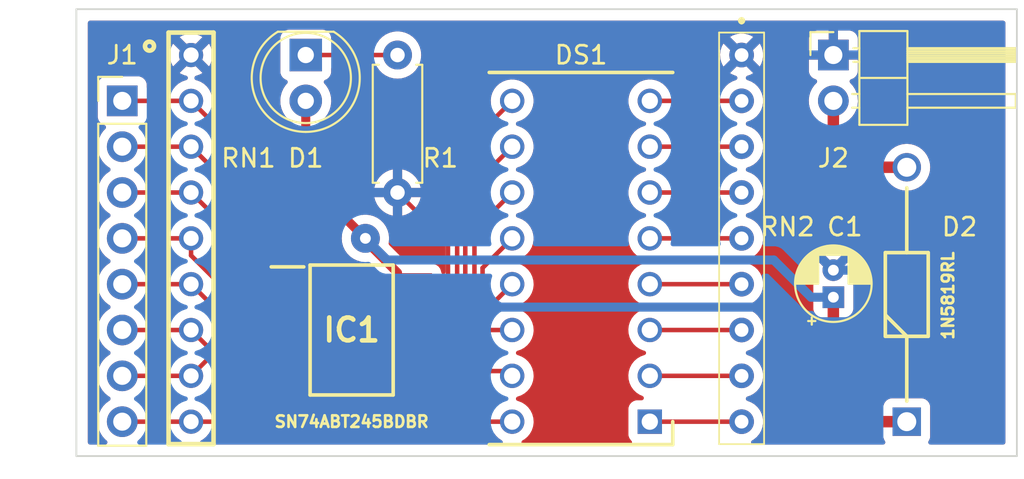
<source format=kicad_pcb>
(kicad_pcb (version 20211014) (generator pcbnew)
  (layers (0 "F.Cu" signal) (31 "B.Cu" signal) (34 "B.Paste" user) (35 "F.Paste" user) (36 "B.SilkS" user "B.Silkscreen") (37 "F.SilkS" user "F.Silkscreen") (38 "B.Mask" user) (39 "F.Mask" user) (44 "Edge.Cuts" user))
  (net 0 "")
  (net 1 "/5V")
  (net 2 "Net-(D2-Pad2)")
  (net 3 "Net-(DS1-Pad1)")
  (net 4 "Net-(DS1-Pad2)")
  (net 5 "Net-(DS1-Pad3)")
  (net 6 "Net-(DS1-Pad4)")
  (net 7 "Net-(DS1-Pad5)")
  (net 8 "Net-(DS1-Pad6)")
  (net 9 "Net-(DS1-Pad7)")
  (net 10 "Net-(DS1-Pad8)")
  (net 11 "Net-(DS1-Pad13)")
  (net 12 "Net-(DS1-Pad14)")
  (net 13 "Net-(DS1-Pad15)")
  (net 14 "Net-(DS1-Pad16)")
  (net 15 "Net-(DS1-Pad9)")
  (net 16 "Net-(DS1-Pad10)")
  (net 17 "Net-(DS1-Pad11)")
  (net 18 "Net-(DS1-Pad12)")
  (net 19 "Net-(IC1-Pad2)")
  (net 20 "Net-(IC1-Pad3)")
  (net 21 "Net-(IC1-Pad4)")
  (net 22 "Net-(IC1-Pad5)")
  (net 23 "Net-(IC1-Pad6)")
  (net 24 "Net-(IC1-Pad7)")
  (net 25 "Net-(IC1-Pad8)")
  (net 26 "Net-(IC1-Pad9)")
  (net 27 "GND")
  (net 28 "Net-(D1-Pad1)")
  (footprint "SamacSys_Parts:4609X" (layer "F.Cu") (at 111.76 83.82 -90)
    (fp_text reference "RN1" (at -4.445 -3.175 180) (layer "F.SilkS"))
    (fp_text value "4609X-101-105LF" hide)
    (fp_line (start 11.405 1.245) (end -11.405 1.245) (layer "F.SilkS") (width 0.254))
    (fp_line (start -11.405 1.245) (end -11.405 -1.245) (layer "F.SilkS") (width 0.254))
    (fp_line (start -11.405 -1.245) (end 11.405 -1.245) (layer "F.SilkS") (width 0.254))
    (fp_line (start 11.405 -1.245) (end 11.405 1.245) (layer "F.SilkS") (width 0.254))
    (fp_circle (center -10.653335 2.30133) (end -10.653335 2.423565) (layer "F.SilkS") (width 0.254) (fill none))
    (pad "1" thru_hole circle locked (at -10.16 0 270) (size 1.34 1.34) (drill 0.84) (layers *.Cu *.Mask) (net 27 "GND"))
    (pad "2" thru_hole circle locked (at -7.62 0 270) (size 1.34 1.34) (drill 0.84) (layers *.Cu *.Mask) (net 19 "Net-(IC1-Pad2)"))
    (pad "3" thru_hole circle locked (at -5.08 0 270) (size 1.34 1.34) (drill 0.84) (layers *.Cu *.Mask) (net 20 "Net-(IC1-Pad3)"))
    (pad "4" thru_hole circle locked (at -2.54 0 270) (size 1.34 1.34) (drill 0.84) (layers *.Cu *.Mask) (net 21 "Net-(IC1-Pad4)"))
    (pad "5" thru_hole circle locked (at 0 0 270) (size 1.34 1.34) (drill 0.84) (layers *.Cu *.Mask) (net 22 "Net-(IC1-Pad5)"))
    (pad "6" thru_hole circle locked (at 2.54 0 270) (size 1.34 1.34) (drill 0.84) (layers *.Cu *.Mask) (net 23 "Net-(IC1-Pad6)"))
    (pad "7" thru_hole circle locked (at 5.08 0 270) (size 1.34 1.34) (drill 0.84) (layers *.Cu *.Mask) (net 24 "Net-(IC1-Pad7)"))
    (pad "8" thru_hole circle locked (at 7.62 0 270) (size 1.34 1.34) (drill 0.84) (layers *.Cu *.Mask) (net 25 "Net-(IC1-Pad8)"))
    (pad "9" thru_hole circle locked (at 10.16 0 270) (size 1.34 1.34) (drill 0.84) (layers *.Cu *.Mask) (net 26 "Net-(IC1-Pad9)"))
  )
  (footprint "Connector_PinHeader_2.54mm:PinHeader_1x02_P2.54mm_Horizontal" (layer "F.Cu") (at 147.32 73.66)
    (fp_text reference "J2" (at 0 5.715) (layer "F.SilkS"))
    (fp_text value "Conn_01x02_Male" hide)
    (fp_line (start -1.27 -1.27) (end 0 -1.27) (layer "F.SilkS") (width 0.12))
    (fp_line (start -1.27 0) (end -1.27 -1.27) (layer "F.SilkS") (width 0.12))
    (fp_line (start 4.1 -0.08) (end 10.1 -0.08) (layer "F.SilkS") (width 0.12))
    (fp_line (start 1.042929 2.16) (end 1.44 2.16) (layer "F.SilkS") (width 0.12))
    (fp_line (start 4.1 -0.2) (end 10.1 -0.2) (layer "F.SilkS") (width 0.12))
    (fp_line (start 4.1 -1.33) (end 1.44 -1.33) (layer "F.SilkS") (width 0.12))
    (fp_line (start 1.11 0.38) (end 1.44 0.38) (layer "F.SilkS") (width 0.12))
    (fp_line (start 4.1 3.87) (end 4.1 -1.33) (layer "F.SilkS") (width 0.12))
    (fp_line (start 10.1 -0.38) (end 10.1 0.38) (layer "F.SilkS") (width 0.12))
    (fp_line (start 4.1 2.16) (end 10.1 2.16) (layer "F.SilkS") (width 0.12))
    (fp_line (start 4.1 -0.32) (end 10.1 -0.32) (layer "F.SilkS") (width 0.12))
    (fp_line (start 10.1 0.38) (end 4.1 0.38) (layer "F.SilkS") (width 0.12))
    (fp_line (start 10.1 2.92) (end 4.1 2.92) (layer "F.SilkS") (width 0.12))
    (fp_line (start 1.11 -0.38) (end 1.44 -0.38) (layer "F.SilkS") (width 0.12))
    (fp_line (start 4.1 0.16) (end 10.1 0.16) (layer "F.SilkS") (width 0.12))
    (fp_line (start 1.44 -1.33) (end 1.44 3.87) (layer "F.SilkS") (width 0.12))
    (fp_line (start 1.042929 2.92) (end 1.44 2.92) (layer "F.SilkS") (width 0.12))
    (fp_line (start 4.1 0.28) (end 10.1 0.28) (layer "F.SilkS") (width 0.12))
    (fp_line (start 1.44 3.87) (end 4.1 3.87) (layer "F.SilkS") (width 0.12))
    (fp_line (start 1.44 1.27) (end 4.1 1.27) (layer "F.SilkS") (width 0.12))
    (fp_line (start 4.1 -0.38) (end 10.1 -0.38) (layer "F.SilkS") (width 0.12))
    (fp_line (start 4.1 0.04) (end 10.1 0.04) (layer "F.SilkS") (width 0.12))
    (fp_line (start 10.1 2.16) (end 10.1 2.92) (layer "F.SilkS") (width 0.12))
    (pad "1" thru_hole rect (at 0 0) (size 1.7 1.7) (drill 1) (layers *.Cu *.Mask) (net 27 "GND"))
    (pad "2" thru_hole oval (at 0 2.54) (size 1.7 1.7) (drill 1) (layers *.Cu *.Mask) (net 2 "Net-(D2-Pad2)"))
  )
  (footprint "SamacSys_Parts:4609X101102LF" (layer "F.Cu") (at 142.24 73.66 -90)
    (fp_text reference "RN2" (at 9.525 -2.54 180) (layer "F.SilkS"))
    (fp_text value "4609X-101-102LF" hide)
    (fp_line (start -1.245 1.245) (end -1.245 -1.245) (layer "F.SilkS") (width 0.1))
    (fp_line (start 21.565 1.245) (end -1.245 1.245) (layer "F.SilkS") (width 0.1))
    (fp_line (start -1.8 0) (end -1.8 0) (layer "F.SilkS") (width 0.2))
    (fp_line (start -2 0) (end -2 0) (layer "F.SilkS") (width 0.2))
    (fp_line (start 21.565 -1.245) (end 21.565 1.245) (layer "F.SilkS") (width 0.1))
    (fp_line (start -1.245 -1.245) (end 21.565 -1.245) (layer "F.SilkS") (width 0.1))
    (fp_arc (start -2 0) (mid -1.9 -0.1) (end -1.8 0) (layer "F.SilkS") (width 0.2))
    (fp_arc (start -1.8 0) (mid -1.9 0.1) (end -2 0) (layer "F.SilkS") (width 0.2))
    (pad "1" thru_hole circle locked (at 0 0 270) (size 1.365 1.365) (drill 0.758) (layers *.Cu *.Mask) (net 27 "GND"))
    (pad "2" thru_hole circle locked (at 2.54 0 270) (size 1.365 1.365) (drill 0.758) (layers *.Cu *.Mask) (net 10 "Net-(DS1-Pad8)"))
    (pad "3" thru_hole circle locked (at 5.08 0 270) (size 1.365 1.365) (drill 0.758) (layers *.Cu *.Mask) (net 9 "Net-(DS1-Pad7)"))
    (pad "4" thru_hole circle locked (at 7.62 0 270) (size 1.365 1.365) (drill 0.758) (layers *.Cu *.Mask) (net 8 "Net-(DS1-Pad6)"))
    (pad "5" thru_hole circle locked (at 10.16 0 270) (size 1.365 1.365) (drill 0.758) (layers *.Cu *.Mask) (net 7 "Net-(DS1-Pad5)"))
    (pad "6" thru_hole circle locked (at 12.7 0 270) (size 1.365 1.365) (drill 0.758) (layers *.Cu *.Mask) (net 6 "Net-(DS1-Pad4)"))
    (pad "7" thru_hole circle locked (at 15.24 0 270) (size 1.365 1.365) (drill 0.758) (layers *.Cu *.Mask) (net 5 "Net-(DS1-Pad3)"))
    (pad "8" thru_hole circle locked (at 17.78 0 270) (size 1.365 1.365) (drill 0.758) (layers *.Cu *.Mask) (net 4 "Net-(DS1-Pad2)"))
    (pad "9" thru_hole circle locked (at 20.32 0 270) (size 1.365 1.365) (drill 0.758) (layers *.Cu *.Mask) (net 3 "Net-(DS1-Pad1)"))
  )
  (footprint "Connector_PinHeader_2.54mm:PinHeader_1x08_P2.54mm_Vertical" (layer "F.Cu") (at 107.95 76.2)
    (fp_text reference "J1" (at 0 -2.54) (layer "F.SilkS"))
    (fp_text value "Conn_01x08_Male")
    (fp_line (start -1.33 0) (end -1.33 -1.33) (layer "F.SilkS") (width 0.12))
    (fp_line (start -1.33 1.27) (end 1.33 1.27) (layer "F.SilkS") (width 0.12))
    (fp_line (start -1.33 -1.33) (end 0 -1.33) (layer "F.SilkS") (width 0.12))
    (fp_line (start 1.33 1.27) (end 1.33 19.11) (layer "F.SilkS") (width 0.12))
    (fp_line (start -1.33 1.27) (end -1.33 19.11) (layer "F.SilkS") (width 0.12))
    (fp_line (start -1.33 19.11) (end 1.33 19.11) (layer "F.SilkS") (width 0.12))
    (pad "1" thru_hole rect (at 0 0) (size 1.7 1.7) (drill 1) (layers *.Cu *.Mask) (net 19 "Net-(IC1-Pad2)"))
    (pad "2" thru_hole oval (at 0 2.54) (size 1.7 1.7) (drill 1) (layers *.Cu *.Mask) (net 20 "Net-(IC1-Pad3)"))
    (pad "3" thru_hole oval (at 0 5.08) (size 1.7 1.7) (drill 1) (layers *.Cu *.Mask) (net 21 "Net-(IC1-Pad4)"))
    (pad "4" thru_hole oval (at 0 7.62) (size 1.7 1.7) (drill 1) (layers *.Cu *.Mask) (net 22 "Net-(IC1-Pad5)"))
    (pad "5" thru_hole oval (at 0 10.16) (size 1.7 1.7) (drill 1) (layers *.Cu *.Mask) (net 23 "Net-(IC1-Pad6)"))
    (pad "6" thru_hole oval (at 0 12.7) (size 1.7 1.7) (drill 1) (layers *.Cu *.Mask) (net 24 "Net-(IC1-Pad7)"))
    (pad "7" thru_hole oval (at 0 15.24) (size 1.7 1.7) (drill 1) (layers *.Cu *.Mask) (net 25 "Net-(IC1-Pad8)"))
    (pad "8" thru_hole oval (at 0 17.78) (size 1.7 1.7) (drill 1) (layers *.Cu *.Mask) (net 26 "Net-(IC1-Pad9)"))
  )
  (footprint "Resistor_THT:R_Axial_DIN0207_L6.3mm_D2.5mm_P7.62mm_Horizontal" (layer "F.Cu") (at 123.19 73.66 -90)
    (fp_text reference "R1" (at 5.715 -2.37 180) (layer "F.SilkS"))
    (fp_text value "R_Small" hide)
    (fp_line (start 0.54 -1.04) (end 0.54 -1.37) (layer "F.SilkS") (width 0.12))
    (fp_line (start 7.08 -1.37) (end 7.08 -1.04) (layer "F.SilkS") (width 0.12))
    (fp_line (start 7.08 1.37) (end 7.08 1.04) (layer "F.SilkS") (width 0.12))
    (fp_line (start 0.54 1.37) (end 7.08 1.37) (layer "F.SilkS") (width 0.12))
    (fp_line (start 0.54 1.04) (end 0.54 1.37) (layer "F.SilkS") (width 0.12))
    (fp_line (start 0.54 -1.37) (end 7.08 -1.37) (layer "F.SilkS") (width 0.12))
    (pad "1" thru_hole circle (at 0 0 270) (size 1.6 1.6) (drill 0.8) (layers *.Cu *.Mask) (net 28 "Net-(D1-Pad1)"))
    (pad "2" thru_hole oval (at 7.62 0 270) (size 1.6 1.6) (drill 0.8) (layers *.Cu *.Mask) (net 27 "GND"))
  )
  (footprint "Capacitor_THT:CP_Radial_D4.0mm_P1.50mm" (layer "F.Cu") (at 147.32 87.0826 90)
    (fp_text reference "C1" (at 3.8976 0.635) (layer "F.SilkS"))
    (fp_text value "C_Polarized" hide)
    (fp_line (start 2.231 0.84) (end 2.231 1.478) (layer "F.SilkS") (width 0.12))
    (fp_line (start 0.91 0.84) (end 0.91 2.074) (layer "F.SilkS") (width 0.12))
    (fp_line (start 1.911 0.84) (end 1.911 1.735) (layer "F.SilkS") (width 0.12))
    (fp_line (start 1.11 0.84) (end 1.11 2.05) (layer "F.SilkS") (width 0.12))
    (fp_line (start 1.43 -1.968) (end 1.43 -0.84) (layer "F.SilkS") (width 0.12))
    (fp_line (start 2.151 0.84) (end 2.151 1.552) (layer "F.SilkS") (width 0.12))
    (fp_line (start 1.951 0.84) (end 1.951 1.708) (layer "F.SilkS") (width 0.12))
    (fp_line (start 0.95 -2.071) (end 0.95 -0.84) (layer "F.SilkS") (width 0.12))
    (fp_line (start 1.911 -1.735) (end 1.911 -0.84) (layer "F.SilkS") (width 0.12))
    (fp_line (start 1.751 0.84) (end 1.751 1.83) (layer "F.SilkS") (width 0.12))
    (fp_line (start 0.99 0.84) (end 0.99 2.067) (layer "F.SilkS") (width 0.12))
    (fp_line (start 0.75 0.84) (end 0.75 2.08) (layer "F.SilkS") (width 0.12))
    (fp_line (start 2.591 -1.013) (end 2.591 1.013) (layer "F.SilkS") (width 0.12))
    (fp_line (start 2.231 -1.478) (end 2.231 -0.84) (layer "F.SilkS") (width 0.12))
    (fp_line (start 1.751 -1.83) (end 1.751 -0.84) (layer "F.SilkS") (width 0.12))
    (fp_line (start 2.071 0.84) (end 2.071 1.619) (layer "F.SilkS") (width 0.12))
    (fp_line (start 2.551 -1.08) (end 2.551 1.08) (layer "F.SilkS") (width 0.12))
    (fp_line (start 1.551 -1.924) (end 1.551 -0.84) (layer "F.SilkS") (width 0.12))
    (fp_line (start 2.191 -1.516) (end 2.191 -0.84) (layer "F.SilkS") (width 0.12))
    (fp_line (start 1.991 0.84) (end 1.991 1.68) (layer "F.SilkS") (width 0.12))
    (fp_line (start 2.311 -1.396) (end 2.311 -0.84) (layer "F.SilkS") (width 0.12))
    (fp_line (start 1.27 -2.016) (end 1.27 -0.84) (layer "F.SilkS") (width 0.12))
    (fp_line (start 2.791 -0.537) (end 2.791 0.537) (layer "F.SilkS") (width 0.12))
    (fp_line (start 2.111 -1.587) (end 2.111 -0.84) (layer "F.SilkS") (width 0.12))
    (fp_line (start 1.43 0.84) (end 1.43 1.968) (layer "F.SilkS") (width 0.12))
    (fp_line (start 2.031 -1.65) (end 2.031 -0.84) (layer "F.SilkS") (width 0.12))
    (fp_line (start 2.311 0.84) (end 2.311 1.396) (layer "F.SilkS") (width 0.12))
    (fp_line (start -1.519801 -1.195) (end -1.119801 -1.195) (layer "F.SilkS") (width 0.12))
    (fp_line (start 0.79 -2.08) (end 0.79 -0.84) (layer "F.SilkS") (width 0.12))
    (fp_line (start 1.831 -1.785) (end 1.831 -0.84) (layer "F.SilkS") (width 0.12))
    (fp_line (start 2.671 -0.859) (end 2.671 0.859) (layer "F.SilkS") (width 0.12))
    (fp_line (start 1.591 -1.907) (end 1.591 -0.84) (layer "F.SilkS") (width 0.12))
    (fp_line (start 2.431 -1.254) (end 2.431 1.254) (layer "F.SilkS") (width 0.12))
    (fp_line (start 2.071 -1.619) (end 2.071 -0.84) (layer "F.SilkS") (width 0.12))
    (fp_line (start 1.831 0.84) (end 1.831 1.785) (layer "F.SilkS") (width 0.12))
    (fp_line (start 1.11 -2.05) (end 1.11 -0.84) (layer "F.SilkS") (width 0.12))
    (fp_line (start 1.35 0.84) (end 1.35 1.994) (layer "F.SilkS") (width 0.12))
    (fp_line (start 1.03 -2.062) (end 1.03 -0.84) (layer "F.SilkS") (width 0.12))
    (fp_line (start 1.471 0.84) (end 1.471 1.954) (layer "F.SilkS") (width 0.12))
    (fp_line (start 2.631 -0.94) (end 2.631 0.94) (layer "F.SilkS") (width 0.12))
    (fp_line (start 2.471 -1.2) (end 2.471 1.2) (layer "F.SilkS") (width 0.12))
    (fp_line (start 1.511 -1.94) (end 1.511 -0.84) (layer "F.SilkS") (width 0.12))
    (fp_line (start 1.671 -1.87) (end 1.671 -0.84) (layer "F.SilkS") (width 0.12))
    (fp_line (start 1.19 -2.034) (end 1.19 -0.84) (layer "F.SilkS") (width 0.12))
    (fp_line (start 0.91 -2.074) (end 0.91 -0.84) (layer "F.SilkS") (width 0.12))
    (fp_line (start 2.271 -1.438) (end 2.271 -0.84) (layer "F.SilkS") (width 0.12))
    (fp_line (start 1.631 0.84) (end 1.631 1.889) (layer "F.SilkS") (width 0.12))
    (fp_line (start 2.511 -1.142) (end 2.511 1.142) (layer "F.SilkS") (width 0.12))
    (fp_line (start 1.23 0.84) (end 1.23 2.025) (layer "F.SilkS") (width 0.12))
    (fp_line (start 2.831 -0.37) (end 2.831 0.37) (layer "F.SilkS") (width 0.12))
    (fp_line (start 0.99 -2.067) (end 0.99 -0.84) (layer "F.SilkS") (width 0.12))
    (fp_line (start 1.991 -1.68) (end 1.991 -0.84) (layer "F.SilkS") (width 0.12))
    (fp_line (start 1.631 -1.889) (end 1.631 -0.84) (layer "F.SilkS") (width 0.12))
    (fp_line (start 1.07 0.84) (end 1.07 2.056) (layer "F.SilkS") (width 0.12))
    (fp_line (start 1.511 0.84) (end 1.511 1.94) (layer "F.SilkS") (width 0.12))
    (fp_line (start 2.711 -0.768) (end 2.711 0.768) (layer "F.SilkS") (width 0.12))
    (fp_line (start 1.791 0.84) (end 1.791 1.808) (layer "F.SilkS") (width 0.12))
    (fp_line (start 2.191 0.84) (end 2.191 1.516) (layer "F.SilkS") (width 0.12))
    (fp_line (start 0.83 0.84) (end 0.83 2.079) (layer "F.SilkS") (width 0.12))
    (fp_line (start 1.31 -2.005) (end 1.31 -0.84) (layer "F.SilkS") (width 0.12))
    (fp_line (start 0.83 -2.079) (end 0.83 -0.84) (layer "F.SilkS") (width 0.12))
    (fp_line (start 0.79 0.84) (end 0.79 2.08) (layer "F.SilkS") (width 0.12))
    (fp_line (start 0.87 -2.077) (end 0.87 -0.84) (layer "F.SilkS") (width 0.12))
    (fp_line (start -1.319801 -1.395) (end -1.319801 -0.995) (layer "F.SilkS") (width 0.12))
    (fp_line (start 1.791 -1.808) (end 1.791 -0.84) (layer "F.SilkS") (width 0.12))
    (fp_line (start 2.351 -1.351) (end 2.351 1.351) (layer "F.SilkS") (width 0.12))
    (fp_line (start 1.35 -1.994) (end 1.35 -0.84) (layer "F.SilkS") (width 0.12))
    (fp_line (start 2.151 -1.552) (end 2.151 -0.84) (layer "F.SilkS") (width 0.12))
    (fp_line (start 1.19 0.84) (end 1.19 2.034) (layer "F.SilkS") (width 0.12))
    (fp_line (start 2.271 0.84) (end 2.271 1.438) (layer "F.SilkS") (width 0.12))
    (fp_line (start 1.39 0.84) (end 1.39 1.982) (layer "F.SilkS") (width 0.12))
    (fp_line (start 1.03 0.84) (end 1.03 2.062) (layer "F.SilkS") (width 0.12))
    (fp_line (start 1.15 -2.042) (end 1.15 -0.84) (layer "F.SilkS") (width 0.12))
    (fp_line (start 0.95 0.84) (end 0.95 2.071) (layer "F.SilkS") (width 0.12))
    (fp_line (start 1.711 0.84) (end 1.711 1.851) (layer "F.SilkS") (width 0.12))
    (fp_line (start 2.031 0.84) (end 2.031 1.65) (layer "F.SilkS") (width 0.12))
    (fp_line (start 1.07 -2.056) (end 1.07 -0.84) (layer "F.SilkS") (width 0.12))
    (fp_line (start 0.87 0.84) (end 0.87 2.077) (layer "F.SilkS") (width 0.12))
    (fp_line (start 1.871 0.84) (end 1.871 1.76) (layer "F.SilkS") (width 0.12))
    (fp_line (start 1.671 0.84) (end 1.671 1.87) (layer "F.SilkS") (width 0.12))
    (fp_line (start 0.75 -2.08) (end 0.75 -0.84) (layer "F.SilkS") (width 0.12))
    (fp_line (start 1.871 -1.76) (end 1.871 -0.84) (layer "F.SilkS") (width 0.12))
    (fp_line (start 1.591 0.84) (end 1.591 1.907) (layer "F.SilkS") (width 0.12))
    (fp_line (start 1.711 -1.851) (end 1.711 -0.84) (layer "F.SilkS") (width 0.12))
    (fp_line (start 1.27 0.84) (end 1.27 2.016) (layer "F.SilkS") (width 0.12))
    (fp_line (start 1.471 -1.954) (end 1.471 -0.84) (layer "F.SilkS") (width 0.12))
    (fp_line (start 1.31 0.84) (end 1.31 2.005) (layer "F.SilkS") (width 0.12))
    (fp_line (start 1.23 -2.025) (end 1.23 -0.84) (layer "F.SilkS") (width 0.12))
    (fp_line (start 2.111 0.84) (end 2.111 1.587) (layer "F.SilkS") (width 0.12))
    (fp_line (start 1.951 -1.708) (end 1.951 -0.84) (layer "F.SilkS") (width 0.12))
    (fp_line (start 1.39 -1.982) (end 1.39 -0.84) (layer "F.SilkS") (width 0.12))
    (fp_line (start 1.551 0.84) (end 1.551 1.924) (layer "F.SilkS") (width 0.12))
    (fp_line (start 2.751 -0.664) (end 2.751 0.664) (layer "F.SilkS") (width 0.12))
    (fp_line (start 1.15 0.84) (end 1.15 2.042) (layer "F.SilkS") (width 0.12))
    (fp_line (start 2.391 -1.304) (end 2.391 1.304) (layer "F.SilkS") (width 0.12))
    (fp_circle (center 0.75 0) (end 2.87 0) (layer "F.SilkS") (width 0.12) (fill none))
    (pad "1" thru_hole rect (at 0 0 90) (size 1.2 1.2) (drill 0.6) (layers *.Cu *.Mask) (net 1 "/5V"))
    (pad "2" thru_hole circle (at 1.5 0 90) (size 1.2 1.2) (drill 0.6) (layers *.Cu *.Mask) (net 27 "GND"))
  )
  (footprint "SamacSys_Parts:SOP65P780X200-20N" (layer "F.Cu") (at 120.65 88.9)
    (fp_text reference "IC1" (at 0 0) (layer "F.SilkS") (effects (font (size 1.27 1.27) (thickness 0.254))))
    (fp_text value "SN74ABT245BDBR" (at 0 5.08) (layer "F.SilkS") (effects (font (size 0.635 0.635))))
    (fp_line (start 2.3 -3.6) (end 2.3 3.6) (layer "F.SilkS") (width 0.2))
    (fp_line (start -2.3 -3.6) (end 2.3 -3.6) (layer "F.SilkS") (width 0.2))
    (fp_line (start -4.45 -3.5) (end -2.65 -3.5) (layer "F.SilkS") (width 0.2))
    (fp_line (start -2.3 3.6) (end -2.3 -3.6) (layer "F.SilkS") (width 0.2))
    (fp_line (start 2.3 3.6) (end -2.3 3.6) (layer "F.SilkS") (width 0.2))
    (pad "1" smd rect locked (at -3.55 -2.925 90) (size 0.45 1.8) (layers "F.Cu" "F.Paste" "F.Mask") (net 1 "/5V"))
    (pad "2" smd rect locked (at -3.55 -2.275 90) (size 0.45 1.8) (layers "F.Cu" "F.Paste" "F.Mask") (net 19 "Net-(IC1-Pad2)"))
    (pad "3" smd rect locked (at -3.55 -1.625 90) (size 0.45 1.8) (layers "F.Cu" "F.Paste" "F.Mask") (net 20 "Net-(IC1-Pad3)"))
    (pad "4" smd rect locked (at -3.55 -0.975 90) (size 0.45 1.8) (layers "F.Cu" "F.Paste" "F.Mask") (net 21 "Net-(IC1-Pad4)"))
    (pad "5" smd rect locked (at -3.55 -0.325 90) (size 0.45 1.8) (layers "F.Cu" "F.Paste" "F.Mask") (net 22 "Net-(IC1-Pad5)"))
    (pad "6" smd rect locked (at -3.55 0.325 90) (size 0.45 1.8) (layers "F.Cu" "F.Paste" "F.Mask") (net 23 "Net-(IC1-Pad6)"))
    (pad "7" smd rect locked (at -3.55 0.975 90) (size 0.45 1.8) (layers "F.Cu" "F.Paste" "F.Mask") (net 24 "Net-(IC1-Pad7)"))
    (pad "8" smd rect locked (at -3.55 1.625 90) (size 0.45 1.8) (layers "F.Cu" "F.Paste" "F.Mask") (net 25 "Net-(IC1-Pad8)"))
    (pad "9" smd rect locked (at -3.55 2.275 90) (size 0.45 1.8) (layers "F.Cu" "F.Paste" "F.Mask") (net 26 "Net-(IC1-Pad9)"))
    (pad "10" smd rect locked (at -3.55 2.925 90) (size 0.45 1.8) (layers "F.Cu" "F.Paste" "F.Mask") (net 27 "GND"))
    (pad "11" smd rect locked (at 3.55 2.925 90) (size 0.45 1.8) (layers "F.Cu" "F.Paste" "F.Mask") (net 14 "Net-(DS1-Pad16)"))
    (pad "12" smd rect locked (at 3.55 2.275 90) (size 0.45 1.8) (layers "F.Cu" "F.Paste" "F.Mask") (net 13 "Net-(DS1-Pad15)"))
    (pad "13" smd rect locked (at 3.55 1.625 90) (size 0.45 1.8) (layers "F.Cu" "F.Paste" "F.Mask") (net 12 "Net-(DS1-Pad14)"))
    (pad "14" smd rect locked (at 3.55 0.975 90) (size 0.45 1.8) (layers "F.Cu" "F.Paste" "F.Mask") (net 11 "Net-(DS1-Pad13)"))
    (pad "15" smd rect locked (at 3.55 0.325 90) (size 0.45 1.8) (layers "F.Cu" "F.Paste" "F.Mask") (net 18 "Net-(DS1-Pad12)"))
    (pad "16" smd rect locked (at 3.55 -0.325 90) (size 0.45 1.8) (layers "F.Cu" "F.Paste" "F.Mask") (net 17 "Net-(DS1-Pad11)"))
    (pad "17" smd rect locked (at 3.55 -0.975 90) (size 0.45 1.8) (layers "F.Cu" "F.Paste" "F.Mask") (net 16 "Net-(DS1-Pad10)"))
    (pad "18" smd rect locked (at 3.55 -1.625 90) (size 0.45 1.8) (layers "F.Cu" "F.Paste" "F.Mask") (net 15 "Net-(DS1-Pad9)"))
    (pad "19" smd rect locked (at 3.55 -2.275 90) (size 0.45 1.8) (layers "F.Cu" "F.Paste" "F.Mask") (net 27 "GND"))
    (pad "20" smd rect locked (at 3.55 -2.925 90) (size 0.45 1.8) (layers "F.Cu" "F.Paste" "F.Mask") (net 1 "/5V"))
  )
  (footprint "SamacSys_Parts:DIP8LEDBAR" (layer "F.Cu") (at 137.158 93.98 180)
    (fp_text reference "DS1" (at 3.808 20.32) (layer "F.SilkS"))
    (fp_text value "8 LED Light Bar" hide)
    (fp_line (start 8.89 -1.27) (end -1.27 -1.27) (layer "F.SilkS") (width 0.2))
    (fp_line (start -1.27 19.3548) (end 8.89 19.3548) (layer "F.SilkS") (width 0.2))
    (fp_line (start -1.27 -1.27) (end -1.27 0) (layer "F.SilkS") (width 0.2))
    (pad "1" thru_hole rect (at 0 0 180) (size 1.35 1.35) (drill 0.9) (layers *.Cu *.Mask) (net 3 "Net-(DS1-Pad1)"))
    (pad "2" thru_hole circle (at 0 2.54 180) (size 1.35 1.35) (drill 0.9) (layers *.Cu *.Mask) (net 4 "Net-(DS1-Pad2)"))
    (pad "3" thru_hole circle (at 0 5.08 180) (size 1.35 1.35) (drill 0.9) (layers *.Cu *.Mask) (net 5 "Net-(DS1-Pad3)"))
    (pad "4" thru_hole circle (at 0 7.62 180) (size 1.35 1.35) (drill 0.9) (layers *.Cu *.Mask) (net 6 "Net-(DS1-Pad4)"))
    (pad "5" thru_hole circle (at 0 10.16 180) (size 1.35 1.35) (drill 0.9) (layers *.Cu *.Mask) (net 7 "Net-(DS1-Pad5)"))
    (pad "6" thru_hole circle (at 0 12.7 180) (size 1.35 1.35) (drill 0.9) (layers *.Cu *.Mask) (net 8 "Net-(DS1-Pad6)"))
    (pad "7" thru_hole circle (at 0 15.24 180) (size 1.35 1.35) (drill 0.9) (layers *.Cu *.Mask) (net 9 "Net-(DS1-Pad7)"))
    (pad "8" thru_hole circle (at 0 17.78 180) (size 1.35 1.35) (drill 0.9) (layers *.Cu *.Mask) (net 10 "Net-(DS1-Pad8)"))
    (pad "9" thru_hole circle (at 7.62 17.78 180) (size 1.35 1.35) (drill 0.9) (layers *.Cu *.Mask) (net 15 "Net-(DS1-Pad9)"))
    (pad "10" thru_hole circle (at 7.62 15.24 180) (size 1.35 1.35) (drill 0.9) (layers *.Cu *.Mask) (net 16 "Net-(DS1-Pad10)"))
    (pad "11" thru_hole circle (at 7.62 12.7 180) (size 1.35 1.35) (drill 0.9) (layers *.Cu *.Mask) (net 17 "Net-(DS1-Pad11)"))
    (pad "12" thru_hole circle (at 7.62 10.16 180) (size 1.35 1.35) (drill 0.9) (layers *.Cu *.Mask) (net 18 "Net-(DS1-Pad12)"))
    (pad "13" thru_hole circle (at 7.62 7.62 180) (size 1.35 1.35) (drill 0.9) (layers *.Cu *.Mask) (net 11 "Net-(DS1-Pad13)"))
    (pad "14" thru_hole circle (at 7.62 5.08 180) (size 1.35 1.35) (drill 0.9) (layers *.Cu *.Mask) (net 12 "Net-(DS1-Pad14)"))
    (pad "15" thru_hole circle (at 7.62 2.54 180) (size 1.35 1.35) (drill 0.9) (layers *.Cu *.Mask) (net 13 "Net-(DS1-Pad15)"))
    (pad "16" thru_hole circle (at 7.62 0 180) (size 1.35 1.35) (drill 0.9) (layers *.Cu *.Mask) (net 14 "Net-(DS1-Pad16)"))
  )
  (footprint "LED_THT:LED_D5.0mm" (layer "F.Cu") (at 118.11 73.66 -90)
    (fp_text reference "D1" (at 5.715 0 180) (layer "F.SilkS"))
    (fp_text value "LED" hide)
    (fp_line (start -1.29 -1.545) (end -1.29 1.545) (layer "F.SilkS") (width 0.12))
    (fp_arc (start -1.29 -1.54483) (mid 2.072002 -2.880433) (end 4.26 0.000462) (layer "F.SilkS") (width 0.12))
    (fp_arc (start 4.26 -0.000462) (mid 2.072002 2.880433) (end -1.29 1.54483) (layer "F.SilkS") (width 0.12))
    (fp_circle (center 1.27 0) (end 3.77 0) (layer "F.SilkS") (width 0.12) (fill none))
    (pad "1" thru_hole rect (at 0 0 270) (size 1.8 1.8) (drill 0.9) (layers *.Cu *.Mask) (net 28 "Net-(D1-Pad1)"))
    (pad "2" thru_hole circle (at 2.54 0 270) (size 1.8 1.8) (drill 0.9) (layers *.Cu *.Mask) (net 1 "/5V"))
  )
  (footprint "SamacSys_Parts:DIOAD1414W86L464D238" (layer "F.Cu") (at 151.3845 93.98 90)
    (fp_text reference "D2" (at 10.795 2.9205 180) (layer "F.SilkS"))
    (fp_text value "1N5819RL" (at 6.985 2.2855 270) (layer "F.SilkS") (effects (font (size 0.635 0.635))))
    (fp_line (start 9.368 0) (end 12.962 0) (layer "F.SilkS") (width 0.2))
    (fp_line (start 9.368 -1.188) (end 9.368 1.188) (layer "F.SilkS") (width 0.2))
    (fp_line (start 4.732 -1.188) (end 9.368 -1.188) (layer "F.SilkS") (width 0.2))
    (fp_line (start 1.138 0) (end 4.732 0) (layer "F.SilkS") (width 0.2))
    (fp_line (start 4.732 0) (end 5.92 -1.188) (layer "F.SilkS") (width 0.2))
    (fp_line (start 9.368 1.188) (end 4.732 1.188) (layer "F.SilkS") (width 0.2))
    (fp_line (start 4.732 1.188) (end 4.732 -1.188) (layer "F.SilkS") (width 0.2))
    (pad "1" thru_hole rect locked (at 0 0 90) (size 1.575 1.575) (drill 1.05) (layers *.Cu *.Mask) (net 1 "/5V"))
    (pad "2" thru_hole circle locked (at 14.1 0 90) (size 1.575 1.575) (drill 1.05) (layers *.Cu *.Mask) (net 2 "Net-(D2-Pad2)"))
  )
  (gr_line (start 157.48 71.12) (end 105.41 71.12) (layer "Edge.Cuts") (width 0.1))
  (gr_line (start 105.41 95.885) (end 157.48 95.885) (layer "Edge.Cuts") (width 0.1))
  (gr_line (start 105.41 71.12) (end 105.41 95.885) (layer "Edge.Cuts") (width 0.1))
  (gr_line (start 157.48 95.885) (end 157.48 71.12) (layer "Edge.Cuts") (width 0.1))
  (segment (start 151.3845 93.98) (end 149.352 93.98) (width 0.635) (layer "F.Cu") (net 1))
  (segment (start 149.352 93.98) (end 147.32 91.948) (width 0.635) (layer "F.Cu") (net 1))
  (segment (start 124.2 85.975) (end 117.1 85.975) (width 0.25) (layer "F.Cu") (net 1))
  (segment (start 121.412 83.82) (end 121.412 83.947) (width 0.5) (layer "F.Cu") (net 1))
  (segment (start 121.412 83.947) (end 123.19 85.725) (width 0.5) (layer "F.Cu") (net 1))
  (segment (start 124.2 85.975) (end 123.44 85.975) (width 0.25) (layer "F.Cu") (net 1))
  (segment (start 121.412 83.82) (end 118.11 80.518) (width 0.5) (layer "F.Cu") (net 1))
  (segment (start 147.32 91.948) (end 147.32 87.0826) (width 0.635) (layer "F.Cu") (net 1))
  (segment (start 123.44 85.975) (end 123.19 85.725) (width 0.25) (layer "F.Cu") (net 1))
  (segment (start 118.11 80.518) (end 118.11 76.2) (width 0.5) (layer "F.Cu") (net 1))
  (via (at 121.412 83.82) (size 1.6) (drill 0.6) (layers "F.Cu" "B.Cu") (net 1))
  (segment (start 146.085 87.0826) (end 144.021911 85.019511) (width 0.5) (layer "B.Cu") (net 1))
  (segment (start 147.32 87.0826) (end 146.085 87.0826) (width 0.5) (layer "B.Cu") (net 1))
  (segment (start 144.021911 85.019511) (end 122.611511 85.019511) (width 0.5) (layer "B.Cu") (net 1))
  (segment (start 122.611511 85.019511) (end 121.412 83.82) (width 0.5) (layer "B.Cu") (net 1))
  (segment (start 147.32 76.2) (end 147.32 77.724) (width 0.635) (layer "F.Cu") (net 2))
  (segment (start 147.32 77.724) (end 149.476 79.88) (width 0.635) (layer "F.Cu") (net 2))
  (segment (start 149.476 79.88) (end 151.3845 79.88) (width 0.635) (layer "F.Cu") (net 2))
  (segment (start 137.158 93.98) (end 142.24 93.98) (width 0.25) (layer "F.Cu") (net 3))
  (segment (start 142.24 91.44) (end 137.158 91.44) (width 0.25) (layer "F.Cu") (net 4))
  (segment (start 137.158 88.9) (end 142.24 88.9) (width 0.25) (layer "F.Cu") (net 5))
  (segment (start 142.24 86.36) (end 137.158 86.36) (width 0.25) (layer "F.Cu") (net 6))
  (segment (start 137.158 83.82) (end 142.24 83.82) (width 0.25) (layer "F.Cu") (net 7))
  (segment (start 142.24 81.28) (end 137.158 81.28) (width 0.25) (layer "F.Cu") (net 8))
  (segment (start 137.158 78.74) (end 142.24 78.74) (width 0.25) (layer "F.Cu") (net 9))
  (segment (start 142.24 76.2) (end 137.158 76.2) (width 0.25) (layer "F.Cu") (net 10))
  (segment (start 126.023 89.875) (end 129.538 86.36) (width 0.25) (layer "F.Cu") (net 11))
  (segment (start 124.2 89.875) (end 126.023 89.875) (width 0.25) (layer "F.Cu") (net 11))
  (segment (start 128.27 88.9) (end 126.645 90.525) (width 0.25) (layer "F.Cu") (net 12))
  (segment (start 129.538 88.9) (end 128.27 88.9) (width 0.25) (layer "F.Cu") (net 12))
  (segment (start 126.645 90.525) (end 124.2 90.525) (width 0.25) (layer "F.Cu") (net 12))
  (segment (start 129.538 91.44) (end 129.273 91.175) (width 0.25) (layer "F.Cu") (net 13))
  (segment (start 129.273 91.175) (end 124.2 91.175) (width 0.25) (layer "F.Cu") (net 13))
  (segment (start 127 93.98) (end 129.538 93.98) (width 0.25) (layer "F.Cu") (net 14))
  (segment (start 124.2 91.825) (end 124.845 91.825) (width 0.25) (layer "F.Cu") (net 14))
  (segment (start 124.845 91.825) (end 127 93.98) (width 0.25) (layer "F.Cu") (net 14))
  (segment (start 126.492 79.246) (end 129.538 76.2) (width 0.25) (layer "F.Cu") (net 15))
  (segment (start 126.492 86.107022) (end 126.492 79.246) (width 0.25) (layer "F.Cu") (net 15))
  (segment (start 124.2 87.275) (end 125.324022 87.275) (width 0.25) (layer "F.Cu") (net 15))
  (segment (start 125.324022 87.275) (end 126.492 86.107022) (width 0.25) (layer "F.Cu") (net 15))
  (segment (start 125.35 87.925) (end 126.941511 86.333489) (width 0.25) (layer "F.Cu") (net 16))
  (segment (start 124.2 87.925) (end 125.35 87.925) (width 0.25) (layer "F.Cu") (net 16))
  (segment (start 126.941511 81.336489) (end 129.538 78.74) (width 0.25) (layer "F.Cu") (net 16))
  (segment (start 126.941511 86.333489) (end 126.941511 81.336489) (width 0.25) (layer "F.Cu") (net 16))
  (segment (start 125.548408 88.575) (end 127.449511 86.673897) (width 0.25) (layer "F.Cu") (net 17))
  (segment (start 127.449511 86.673897) (end 127.449511 83.368489) (width 0.25) (layer "F.Cu") (net 17))
  (segment (start 124.2 88.575) (end 125.548408 88.575) (width 0.25) (layer "F.Cu") (net 17))
  (segment (start 127.449511 83.368489) (end 129.538 81.28) (width 0.25) (layer "F.Cu") (net 17))
  (segment (start 125.534111 89.225) (end 127.899022 86.860089) (width 0.25) (layer "F.Cu") (net 18))
  (segment (start 124.2 89.225) (end 125.534111 89.225) (width 0.25) (layer "F.Cu") (net 18))
  (segment (start 127.899022 86.860089) (end 127.899022 85.458978) (width 0.25) (layer "F.Cu") (net 18))
  (segment (start 127.899022 85.458978) (end 129.538 83.82) (width 0.25) (layer "F.Cu") (net 18))
  (segment (start 117.1 86.625) (end 115.95 86.625) (width 0.25) (layer "F.Cu") (net 19))
  (segment (start 115.57 80.01) (end 111.76 76.2) (width 0.25) (layer "F.Cu") (net 19))
  (segment (start 115.57 86.245) (end 115.57 80.01) (width 0.25) (layer "F.Cu") (net 19))
  (segment (start 115.95 86.625) (end 115.57 86.245) (width 0.25) (layer "F.Cu") (net 19))
  (segment (start 107.95 76.2) (end 111.76 76.2) (width 0.25) (layer "F.Cu") (net 19))
  (segment (start 114.3 81.28) (end 111.76 78.74) (width 0.25) (layer "F.Cu") (net 20))
  (segment (start 115.849296 87.275) (end 114.3 85.725704) (width 0.25) (layer "F.Cu") (net 20))
  (segment (start 107.95 78.74) (end 111.76 78.74) (width 0.25) (layer "F.Cu") (net 20))
  (segment (start 114.3 85.725704) (end 114.3 81.28) (width 0.25) (layer "F.Cu") (net 20))
  (segment (start 117.1 87.275) (end 115.849296 87.275) (width 0.25) (layer "F.Cu") (net 20))
  (segment (start 113.03 85.091408) (end 115.863592 87.925) (width 0.25) (layer "F.Cu") (net 21))
  (segment (start 115.863592 87.925) (end 117.1 87.925) (width 0.25) (layer "F.Cu") (net 21))
  (segment (start 113.03 82.55) (end 113.03 85.091408) (width 0.25) (layer "F.Cu") (net 21))
  (segment (start 111.76 81.28) (end 113.03 82.55) (width 0.25) (layer "F.Cu") (net 21))
  (segment (start 107.95 81.28) (end 111.76 81.28) (width 0.25) (layer "F.Cu") (net 21))
  (segment (start 115.567477 88.575) (end 117.1 88.575) (width 0.25) (layer "F.Cu") (net 22))
  (segment (start 111.76 83.82) (end 111.76 84.767523) (width 0.25) (layer "F.Cu") (net 22))
  (segment (start 107.95 83.82) (end 111.76 83.82) (width 0.25) (layer "F.Cu") (net 22))
  (segment (start 111.76 84.767523) (end 115.567477 88.575) (width 0.25) (layer "F.Cu") (net 22))
  (segment (start 107.95 86.36) (end 111.76 86.36) (width 0.25) (layer "F.Cu") (net 23))
  (segment (start 111.76 86.36) (end 114.625 89.225) (width 0.25) (layer "F.Cu") (net 23))
  (segment (start 114.625 89.225) (end 117.1 89.225) (width 0.25) (layer "F.Cu") (net 23))
  (segment (start 107.95 88.9) (end 111.76 88.9) (width 0.25) (layer "F.Cu") (net 24))
  (segment (start 111.76 88.9) (end 112.735 89.875) (width 0.25) (layer "F.Cu") (net 24))
  (segment (start 112.735 89.875) (end 117.1 89.875) (width 0.25) (layer "F.Cu") (net 24))
  (segment (start 111.76 91.44) (end 112.675 90.525) (width 0.25) (layer "F.Cu") (net 25))
  (segment (start 112.675 90.525) (end 117.1 90.525) (width 0.25) (layer "F.Cu") (net 25))
  (segment (start 107.95 91.44) (end 111.76 91.44) (width 0.25) (layer "F.Cu") (net 25))
  (segment (start 115.95 91.175) (end 113.145 93.98) (width 0.25) (layer "F.Cu") (net 26))
  (segment (start 117.1 91.175) (end 115.95 91.175) (width 0.25) (layer "F.Cu") (net 26))
  (segment (start 107.95 93.98) (end 111.76 93.98) (width 0.25) (layer "F.Cu") (net 26))
  (segment (start 113.145 93.98) (end 111.76 93.98) (width 0.25) (layer "F.Cu") (net 26))
  (segment (start 125.984 84.074) (end 123.19 81.28) (width 0.25) (layer "F.Cu") (net 27))
  (segment (start 118.224022 91.825) (end 117.1 91.825) (width 0.25) (layer "F.Cu") (net 27))
  (segment (start 125.338318 86.625) (end 125.984 85.979318) (width 0.25) (layer "F.Cu") (net 27))
  (segment (start 123.05 86.625) (end 118.324511 91.350489) (width 0.25) (layer "F.Cu") (net 27))
  (segment (start 125.984 85.979318) (end 125.984 84.074) (width 0.25) (layer "F.Cu") (net 27))
  (segment (start 124.2 86.625) (end 123.05 86.625) (width 0.25) (layer "F.Cu") (net 27))
  (segment (start 118.324511 91.350489) (end 118.324511 91.724511) (width 0.25) (layer "F.Cu") (net 27))
  (segment (start 124.2 86.625) (end 125.338318 86.625) (width 0.25) (layer "F.Cu") (net 27))
  (segment (start 118.324511 91.724511) (end 118.224022 91.825) (width 0.25) (layer "F.Cu") (net 27))
  (segment (start 143.51 87.63) (end 122.555 87.63) (width 0.5) (layer "B.Cu") (net 27))
  (segment (start 149.225 88.9) (end 144.78 88.9) (width 0.5) (layer "B.Cu") (net 27))
  (segment (start 122.555 87.63) (end 119.38 84.455) (width 0.5) (layer "B.Cu") (net 27))
  (segment (start 147.32 85.5826) (end 149.0826 85.5826) (width 0.5) (layer "B.Cu") (net 27))
  (segment (start 144.78 88.9) (end 143.51 87.63) (width 0.5) (layer "B.Cu") (net 27))
  (segment (start 149.86 88.265) (end 149.225 88.9) (width 0.5) (layer "B.Cu") (net 27))
  (segment (start 149.86 86.36) (end 149.86 88.265) (width 0.5) (layer "B.Cu") (net 27))
  (segment (start 149.0826 85.5826) (end 149.86 86.36) (width 0.5) (layer "B.Cu") (net 27))
  (segment (start 119.38 82.55) (end 120.65 81.28) (width 0.5) (layer "B.Cu") (net 27))
  (segment (start 119.38 84.455) (end 119.38 82.55) (width 0.5) (layer "B.Cu") (net 27))
  (segment (start 120.65 81.28) (end 123.19 81.28) (width 0.5) (layer "B.Cu") (net 27))
  (segment (start 123.19 73.66) (end 118.11 73.66) (width 0.25) (layer "F.Cu") (net 28))
  (zone (net 27) (net_name "GND") (layer "F.Cu") (connect_pads (clearance 0.508)) (min_thickness 0.254) (fill yes (thermal_gap 0.508) (thermal_bridge_width 0.508))
    (polygon (pts (xy 156.845 95.25) (xy 106.045 95.25) (xy 106.045 71.755) (xy 156.845 71.755)))
  )
  (zone (net 27) (net_name "GND") (layer "B.Cu") (connect_pads (clearance 0.508)) (min_thickness 0.254) (fill yes (thermal_gap 0.508) (thermal_bridge_width 0.508))
    (polygon (pts (xy 156.845 95.25) (xy 106.045 95.25) (xy 106.045 71.755) (xy 156.845 71.755)))
  )
)
</source>
